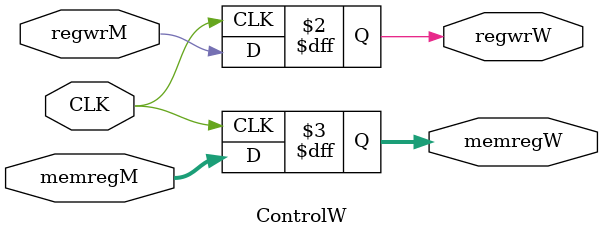
<source format=v>
`timescale 1ns / 1ps
module ControlW	(input CLK ,  

						 input regwrM , 					// write enable for register file
						 input [1:0] memregM ,		   // for determining which to write into register value											
															
						 output reg regwrW , 
						 output reg [1:0] memregW );	
																
always @(posedge CLK) begin // push values on the rising edge of the clock

		regwrW  <= regwrM;
		memregW <= memregM;

end

endmodule

</source>
